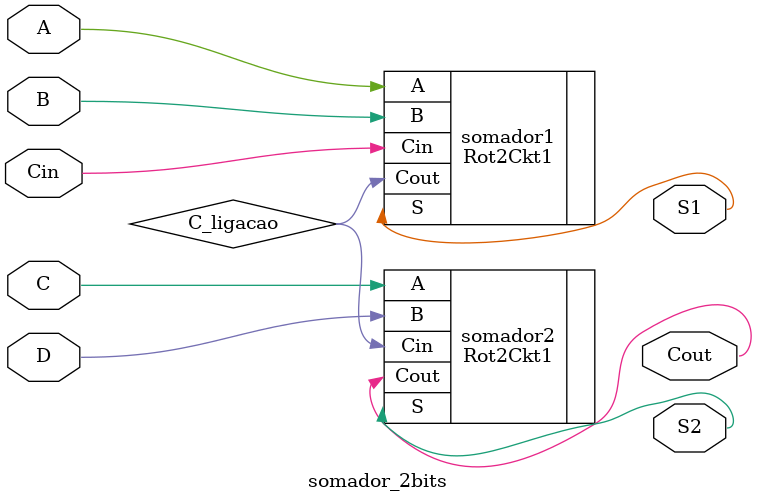
<source format=v>
module somador_2bits(S1, S2, Cout, A, B, C, D, Cin);
	input A, B;
	input C, D;
	input Cin;
	output S1, S2;
	output Cout;
	
	wire C_ligacao;
	
	Rot2Ckt1 somador1(
		.A(A),
		.B(B),
		.Cin(Cin),
		.S(S1),
		.Cout(C_ligacao)
	);
	
	Rot2Ckt1 somador2(
		.A(C),
		.B(D),
		.Cin(C_ligacao),
		.S(S2),
		.Cout(Cout)
	);
	
endmodule
</source>
